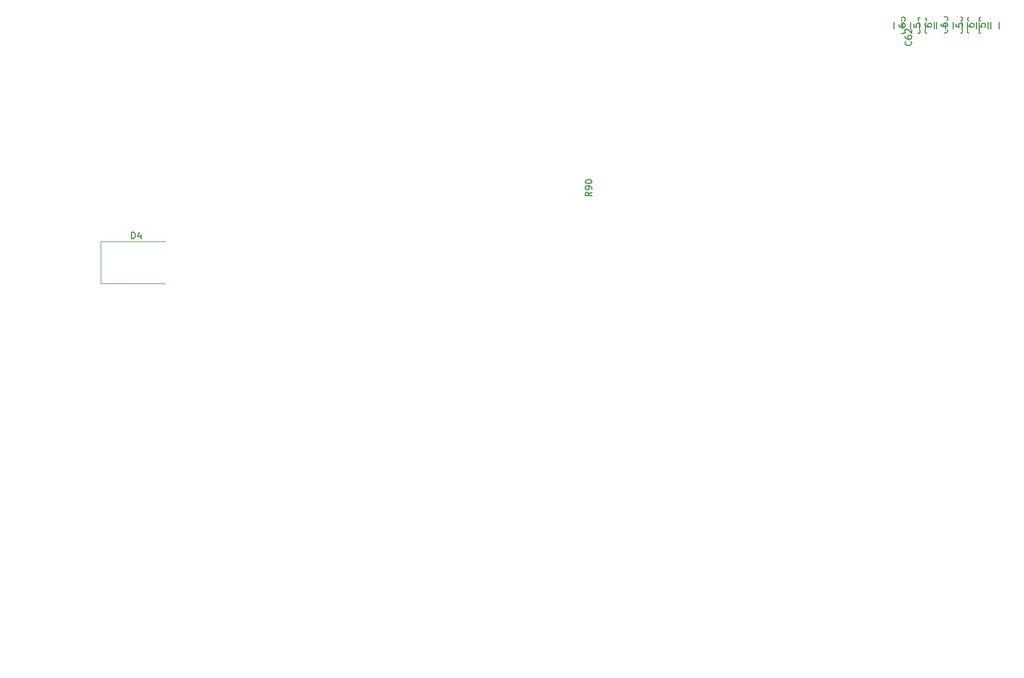
<source format=gto>
G04 #@! TF.GenerationSoftware,KiCad,Pcbnew,5.1.4+dfsg1-1*
G04 #@! TF.CreationDate,2020-06-13T00:48:20+02:00*
G04 #@! TF.ProjectId,CAN_Battery_Switch_v2,43414e5f-4261-4747-9465-72795f537769,rev?*
G04 #@! TF.SameCoordinates,PX3dfd240PY1406f40*
G04 #@! TF.FileFunction,Legend,Top*
G04 #@! TF.FilePolarity,Positive*
%FSLAX46Y46*%
G04 Gerber Fmt 4.6, Leading zero omitted, Abs format (unit mm)*
G04 Created by KiCad (PCBNEW 5.1.4+dfsg1-1) date 2020-06-13 00:48:20*
%MOMM*%
%LPD*%
G04 APERTURE LIST*
%ADD10C,0.150000*%
%ADD11C,0.120000*%
%ADD12C,1.300000*%
%ADD13C,4.000000*%
%ADD14C,2.000000*%
%ADD15C,6.000000*%
%ADD16O,3.014980X2.000000*%
%ADD17R,0.400000X1.500000*%
%ADD18C,0.900000*%
%ADD19R,1.050000X1.050000*%
%ADD20C,1.050000*%
%ADD21R,8.750000X6.000000*%
%ADD22R,9.000000X6.000000*%
%ADD23R,0.900000X0.900000*%
%ADD24C,2.532420*%
%ADD25R,1.700000X1.700000*%
%ADD26O,1.700000X1.700000*%
%ADD27C,0.600000*%
%ADD28C,0.889000*%
%ADD29C,1.000000*%
%ADD30C,0.254000*%
G04 APERTURE END LIST*
D10*
X142939000Y4482000D02*
X142939000Y3482000D01*
X141589000Y3482000D02*
X141589000Y4482000D01*
X149425000Y4500000D02*
X149425000Y3500000D01*
X148075000Y3500000D02*
X148075000Y4500000D01*
X152925000Y4500000D02*
X152925000Y3500000D01*
X151575000Y3500000D02*
X151575000Y4500000D01*
X151175000Y4500000D02*
X151175000Y3500000D01*
X149825000Y3500000D02*
X149825000Y4500000D01*
X144675000Y4500000D02*
X144675000Y3500000D01*
X143325000Y3500000D02*
X143325000Y4500000D01*
X138113000Y4482000D02*
X138113000Y3482000D01*
X136763000Y3482000D02*
X136763000Y4482000D01*
X147175000Y4500000D02*
X147175000Y3500000D01*
X145825000Y3500000D02*
X145825000Y4500000D01*
X140653000Y4482000D02*
X140653000Y3482000D01*
X139303000Y3482000D02*
X139303000Y4482000D01*
D11*
X15352000Y-35590000D02*
X15352000Y-29090000D01*
X15352000Y-35590000D02*
X25252000Y-35590000D01*
X15352000Y-29090000D02*
X25252000Y-29090000D01*
D10*
X3785714Y-93452380D02*
X3785714Y-92452380D01*
X4166666Y-92452380D01*
X4261904Y-92500000D01*
X4309523Y-92547619D01*
X4357142Y-92642857D01*
X4357142Y-92785714D01*
X4309523Y-92880952D01*
X4261904Y-92928571D01*
X4166666Y-92976190D01*
X3785714Y-92976190D01*
X5309523Y-93452380D02*
X4738095Y-93452380D01*
X5023809Y-93452380D02*
X5023809Y-92452380D01*
X4928571Y-92595238D01*
X4833333Y-92690476D01*
X4738095Y-92738095D01*
X5928571Y-92452380D02*
X6023809Y-92452380D01*
X6119047Y-92500000D01*
X6166666Y-92547619D01*
X6214285Y-92642857D01*
X6261904Y-92833333D01*
X6261904Y-93071428D01*
X6214285Y-93261904D01*
X6166666Y-93357142D01*
X6119047Y-93404761D01*
X6023809Y-93452380D01*
X5928571Y-93452380D01*
X5833333Y-93404761D01*
X5785714Y-93357142D01*
X5738095Y-93261904D01*
X5690476Y-93071428D01*
X5690476Y-92833333D01*
X5738095Y-92642857D01*
X5785714Y-92547619D01*
X5833333Y-92500000D01*
X5928571Y-92452380D01*
X3785714Y-93452380D02*
X3785714Y-92452380D01*
X4166666Y-92452380D01*
X4261904Y-92500000D01*
X4309523Y-92547619D01*
X4357142Y-92642857D01*
X4357142Y-92785714D01*
X4309523Y-92880952D01*
X4261904Y-92928571D01*
X4166666Y-92976190D01*
X3785714Y-92976190D01*
X5309523Y-93452380D02*
X4738095Y-93452380D01*
X5023809Y-93452380D02*
X5023809Y-92452380D01*
X4928571Y-92595238D01*
X4833333Y-92690476D01*
X4738095Y-92738095D01*
X5928571Y-92452380D02*
X6023809Y-92452380D01*
X6119047Y-92500000D01*
X6166666Y-92547619D01*
X6214285Y-92642857D01*
X6261904Y-92833333D01*
X6261904Y-93071428D01*
X6214285Y-93261904D01*
X6166666Y-93357142D01*
X6119047Y-93404761D01*
X6023809Y-93452380D01*
X5928571Y-93452380D01*
X5833333Y-93404761D01*
X5785714Y-93357142D01*
X5738095Y-93261904D01*
X5690476Y-93071428D01*
X5690476Y-92833333D01*
X5738095Y-92642857D01*
X5785714Y-92547619D01*
X5833333Y-92500000D01*
X5928571Y-92452380D01*
X18785714Y-5452380D02*
X18785714Y-4452380D01*
X19166666Y-4452380D01*
X19261904Y-4500000D01*
X19309523Y-4547619D01*
X19357142Y-4642857D01*
X19357142Y-4785714D01*
X19309523Y-4880952D01*
X19261904Y-4928571D01*
X19166666Y-4976190D01*
X18785714Y-4976190D01*
X19738095Y-4547619D02*
X19785714Y-4500000D01*
X19880952Y-4452380D01*
X20119047Y-4452380D01*
X20214285Y-4500000D01*
X20261904Y-4547619D01*
X20309523Y-4642857D01*
X20309523Y-4738095D01*
X20261904Y-4880952D01*
X19690476Y-5452380D01*
X20309523Y-5452380D01*
X21261904Y-5452380D02*
X20690476Y-5452380D01*
X20976190Y-5452380D02*
X20976190Y-4452380D01*
X20880952Y-4595238D01*
X20785714Y-4690476D01*
X20690476Y-4738095D01*
X18785714Y-5452380D02*
X18785714Y-4452380D01*
X19166666Y-4452380D01*
X19261904Y-4500000D01*
X19309523Y-4547619D01*
X19357142Y-4642857D01*
X19357142Y-4785714D01*
X19309523Y-4880952D01*
X19261904Y-4928571D01*
X19166666Y-4976190D01*
X18785714Y-4976190D01*
X19738095Y-4547619D02*
X19785714Y-4500000D01*
X19880952Y-4452380D01*
X20119047Y-4452380D01*
X20214285Y-4500000D01*
X20261904Y-4547619D01*
X20309523Y-4642857D01*
X20309523Y-4738095D01*
X20261904Y-4880952D01*
X19690476Y-5452380D01*
X20309523Y-5452380D01*
X21261904Y-5452380D02*
X20690476Y-5452380D01*
X20976190Y-5452380D02*
X20976190Y-4452380D01*
X20880952Y-4595238D01*
X20785714Y-4690476D01*
X20690476Y-4738095D01*
X68785714Y-5452380D02*
X68785714Y-4452380D01*
X69166666Y-4452380D01*
X69261904Y-4500000D01*
X69309523Y-4547619D01*
X69357142Y-4642857D01*
X69357142Y-4785714D01*
X69309523Y-4880952D01*
X69261904Y-4928571D01*
X69166666Y-4976190D01*
X68785714Y-4976190D01*
X69738095Y-4547619D02*
X69785714Y-4500000D01*
X69880952Y-4452380D01*
X70119047Y-4452380D01*
X70214285Y-4500000D01*
X70261904Y-4547619D01*
X70309523Y-4642857D01*
X70309523Y-4738095D01*
X70261904Y-4880952D01*
X69690476Y-5452380D01*
X70309523Y-5452380D01*
X70690476Y-4547619D02*
X70738095Y-4500000D01*
X70833333Y-4452380D01*
X71071428Y-4452380D01*
X71166666Y-4500000D01*
X71214285Y-4547619D01*
X71261904Y-4642857D01*
X71261904Y-4738095D01*
X71214285Y-4880952D01*
X70642857Y-5452380D01*
X71261904Y-5452380D01*
X68785714Y-5452380D02*
X68785714Y-4452380D01*
X69166666Y-4452380D01*
X69261904Y-4500000D01*
X69309523Y-4547619D01*
X69357142Y-4642857D01*
X69357142Y-4785714D01*
X69309523Y-4880952D01*
X69261904Y-4928571D01*
X69166666Y-4976190D01*
X68785714Y-4976190D01*
X69738095Y-4547619D02*
X69785714Y-4500000D01*
X69880952Y-4452380D01*
X70119047Y-4452380D01*
X70214285Y-4500000D01*
X70261904Y-4547619D01*
X70309523Y-4642857D01*
X70309523Y-4738095D01*
X70261904Y-4880952D01*
X69690476Y-5452380D01*
X70309523Y-5452380D01*
X70690476Y-4547619D02*
X70738095Y-4500000D01*
X70833333Y-4452380D01*
X71071428Y-4452380D01*
X71166666Y-4500000D01*
X71214285Y-4547619D01*
X71261904Y-4642857D01*
X71261904Y-4738095D01*
X71214285Y-4880952D01*
X70642857Y-5452380D01*
X71261904Y-5452380D01*
X85785714Y-93452380D02*
X85785714Y-92452380D01*
X86166666Y-92452380D01*
X86261904Y-92500000D01*
X86309523Y-92547619D01*
X86357142Y-92642857D01*
X86357142Y-92785714D01*
X86309523Y-92880952D01*
X86261904Y-92928571D01*
X86166666Y-92976190D01*
X85785714Y-92976190D01*
X86738095Y-92547619D02*
X86785714Y-92500000D01*
X86880952Y-92452380D01*
X87119047Y-92452380D01*
X87214285Y-92500000D01*
X87261904Y-92547619D01*
X87309523Y-92642857D01*
X87309523Y-92738095D01*
X87261904Y-92880952D01*
X86690476Y-93452380D01*
X87309523Y-93452380D01*
X88166666Y-92785714D02*
X88166666Y-93452380D01*
X87928571Y-92404761D02*
X87690476Y-93119047D01*
X88309523Y-93119047D01*
X85785714Y-93452380D02*
X85785714Y-92452380D01*
X86166666Y-92452380D01*
X86261904Y-92500000D01*
X86309523Y-92547619D01*
X86357142Y-92642857D01*
X86357142Y-92785714D01*
X86309523Y-92880952D01*
X86261904Y-92928571D01*
X86166666Y-92976190D01*
X85785714Y-92976190D01*
X86738095Y-92547619D02*
X86785714Y-92500000D01*
X86880952Y-92452380D01*
X87119047Y-92452380D01*
X87214285Y-92500000D01*
X87261904Y-92547619D01*
X87309523Y-92642857D01*
X87309523Y-92738095D01*
X87261904Y-92880952D01*
X86690476Y-93452380D01*
X87309523Y-93452380D01*
X88166666Y-92785714D02*
X88166666Y-93452380D01*
X87928571Y-92404761D02*
X87690476Y-93119047D01*
X88309523Y-93119047D01*
X90553580Y-21556057D02*
X90077390Y-21889390D01*
X90553580Y-22127485D02*
X89553580Y-22127485D01*
X89553580Y-21746533D01*
X89601200Y-21651295D01*
X89648819Y-21603676D01*
X89744057Y-21556057D01*
X89886914Y-21556057D01*
X89982152Y-21603676D01*
X90029771Y-21651295D01*
X90077390Y-21746533D01*
X90077390Y-22127485D01*
X90553580Y-21079866D02*
X90553580Y-20889390D01*
X90505961Y-20794152D01*
X90458342Y-20746533D01*
X90315485Y-20651295D01*
X90125009Y-20603676D01*
X89744057Y-20603676D01*
X89648819Y-20651295D01*
X89601200Y-20698914D01*
X89553580Y-20794152D01*
X89553580Y-20984628D01*
X89601200Y-21079866D01*
X89648819Y-21127485D01*
X89744057Y-21175104D01*
X89982152Y-21175104D01*
X90077390Y-21127485D01*
X90125009Y-21079866D01*
X90172628Y-20984628D01*
X90172628Y-20794152D01*
X90125009Y-20698914D01*
X90077390Y-20651295D01*
X89982152Y-20603676D01*
X89553580Y-19984628D02*
X89553580Y-19889390D01*
X89601200Y-19794152D01*
X89648819Y-19746533D01*
X89744057Y-19698914D01*
X89934533Y-19651295D01*
X90172628Y-19651295D01*
X90363104Y-19698914D01*
X90458342Y-19746533D01*
X90505961Y-19794152D01*
X90553580Y-19889390D01*
X90553580Y-19984628D01*
X90505961Y-20079866D01*
X90458342Y-20127485D01*
X90363104Y-20175104D01*
X90172628Y-20222723D01*
X89934533Y-20222723D01*
X89744057Y-20175104D01*
X89648819Y-20127485D01*
X89601200Y-20079866D01*
X89553580Y-19984628D01*
X140721142Y3339143D02*
X140768761Y3291524D01*
X140816380Y3148667D01*
X140816380Y3053429D01*
X140768761Y2910572D01*
X140673523Y2815334D01*
X140578285Y2767715D01*
X140387809Y2720096D01*
X140244952Y2720096D01*
X140054476Y2767715D01*
X139959238Y2815334D01*
X139864000Y2910572D01*
X139816380Y3053429D01*
X139816380Y3148667D01*
X139864000Y3291524D01*
X139911619Y3339143D01*
X139816380Y4243905D02*
X139816380Y3767715D01*
X140292571Y3720096D01*
X140244952Y3767715D01*
X140197333Y3862953D01*
X140197333Y4101048D01*
X140244952Y4196286D01*
X140292571Y4243905D01*
X140387809Y4291524D01*
X140625904Y4291524D01*
X140721142Y4243905D01*
X140768761Y4196286D01*
X140816380Y4101048D01*
X140816380Y3862953D01*
X140768761Y3767715D01*
X140721142Y3720096D01*
X140149714Y5148667D02*
X140816380Y5148667D01*
X139768761Y4910572D02*
X140483047Y4672477D01*
X140483047Y5291524D01*
X147207142Y3357143D02*
X147254761Y3309524D01*
X147302380Y3166667D01*
X147302380Y3071429D01*
X147254761Y2928572D01*
X147159523Y2833334D01*
X147064285Y2785715D01*
X146873809Y2738096D01*
X146730952Y2738096D01*
X146540476Y2785715D01*
X146445238Y2833334D01*
X146350000Y2928572D01*
X146302380Y3071429D01*
X146302380Y3166667D01*
X146350000Y3309524D01*
X146397619Y3357143D01*
X146302380Y4261905D02*
X146302380Y3785715D01*
X146778571Y3738096D01*
X146730952Y3785715D01*
X146683333Y3880953D01*
X146683333Y4119048D01*
X146730952Y4214286D01*
X146778571Y4261905D01*
X146873809Y4309524D01*
X147111904Y4309524D01*
X147207142Y4261905D01*
X147254761Y4214286D01*
X147302380Y4119048D01*
X147302380Y3880953D01*
X147254761Y3785715D01*
X147207142Y3738096D01*
X146302380Y5166667D02*
X146302380Y4976191D01*
X146350000Y4880953D01*
X146397619Y4833334D01*
X146540476Y4738096D01*
X146730952Y4690477D01*
X147111904Y4690477D01*
X147207142Y4738096D01*
X147254761Y4785715D01*
X147302380Y4880953D01*
X147302380Y5071429D01*
X147254761Y5166667D01*
X147207142Y5214286D01*
X147111904Y5261905D01*
X146873809Y5261905D01*
X146778571Y5214286D01*
X146730952Y5166667D01*
X146683333Y5071429D01*
X146683333Y4880953D01*
X146730952Y4785715D01*
X146778571Y4738096D01*
X146873809Y4690477D01*
X150707142Y3357143D02*
X150754761Y3309524D01*
X150802380Y3166667D01*
X150802380Y3071429D01*
X150754761Y2928572D01*
X150659523Y2833334D01*
X150564285Y2785715D01*
X150373809Y2738096D01*
X150230952Y2738096D01*
X150040476Y2785715D01*
X149945238Y2833334D01*
X149850000Y2928572D01*
X149802380Y3071429D01*
X149802380Y3166667D01*
X149850000Y3309524D01*
X149897619Y3357143D01*
X149802380Y4261905D02*
X149802380Y3785715D01*
X150278571Y3738096D01*
X150230952Y3785715D01*
X150183333Y3880953D01*
X150183333Y4119048D01*
X150230952Y4214286D01*
X150278571Y4261905D01*
X150373809Y4309524D01*
X150611904Y4309524D01*
X150707142Y4261905D01*
X150754761Y4214286D01*
X150802380Y4119048D01*
X150802380Y3880953D01*
X150754761Y3785715D01*
X150707142Y3738096D01*
X150802380Y4785715D02*
X150802380Y4976191D01*
X150754761Y5071429D01*
X150707142Y5119048D01*
X150564285Y5214286D01*
X150373809Y5261905D01*
X149992857Y5261905D01*
X149897619Y5214286D01*
X149850000Y5166667D01*
X149802380Y5071429D01*
X149802380Y4880953D01*
X149850000Y4785715D01*
X149897619Y4738096D01*
X149992857Y4690477D01*
X150230952Y4690477D01*
X150326190Y4738096D01*
X150373809Y4785715D01*
X150421428Y4880953D01*
X150421428Y5071429D01*
X150373809Y5166667D01*
X150326190Y5214286D01*
X150230952Y5261905D01*
X148957142Y3357143D02*
X149004761Y3309524D01*
X149052380Y3166667D01*
X149052380Y3071429D01*
X149004761Y2928572D01*
X148909523Y2833334D01*
X148814285Y2785715D01*
X148623809Y2738096D01*
X148480952Y2738096D01*
X148290476Y2785715D01*
X148195238Y2833334D01*
X148100000Y2928572D01*
X148052380Y3071429D01*
X148052380Y3166667D01*
X148100000Y3309524D01*
X148147619Y3357143D01*
X148052380Y4214286D02*
X148052380Y4023810D01*
X148100000Y3928572D01*
X148147619Y3880953D01*
X148290476Y3785715D01*
X148480952Y3738096D01*
X148861904Y3738096D01*
X148957142Y3785715D01*
X149004761Y3833334D01*
X149052380Y3928572D01*
X149052380Y4119048D01*
X149004761Y4214286D01*
X148957142Y4261905D01*
X148861904Y4309524D01*
X148623809Y4309524D01*
X148528571Y4261905D01*
X148480952Y4214286D01*
X148433333Y4119048D01*
X148433333Y3928572D01*
X148480952Y3833334D01*
X148528571Y3785715D01*
X148623809Y3738096D01*
X148052380Y4928572D02*
X148052380Y5023810D01*
X148100000Y5119048D01*
X148147619Y5166667D01*
X148242857Y5214286D01*
X148433333Y5261905D01*
X148671428Y5261905D01*
X148861904Y5214286D01*
X148957142Y5166667D01*
X149004761Y5119048D01*
X149052380Y5023810D01*
X149052380Y4928572D01*
X149004761Y4833334D01*
X148957142Y4785715D01*
X148861904Y4738096D01*
X148671428Y4690477D01*
X148433333Y4690477D01*
X148242857Y4738096D01*
X148147619Y4785715D01*
X148100000Y4833334D01*
X148052380Y4928572D01*
X142457142Y3357143D02*
X142504761Y3309524D01*
X142552380Y3166667D01*
X142552380Y3071429D01*
X142504761Y2928572D01*
X142409523Y2833334D01*
X142314285Y2785715D01*
X142123809Y2738096D01*
X141980952Y2738096D01*
X141790476Y2785715D01*
X141695238Y2833334D01*
X141600000Y2928572D01*
X141552380Y3071429D01*
X141552380Y3166667D01*
X141600000Y3309524D01*
X141647619Y3357143D01*
X141552380Y4214286D02*
X141552380Y4023810D01*
X141600000Y3928572D01*
X141647619Y3880953D01*
X141790476Y3785715D01*
X141980952Y3738096D01*
X142361904Y3738096D01*
X142457142Y3785715D01*
X142504761Y3833334D01*
X142552380Y3928572D01*
X142552380Y4119048D01*
X142504761Y4214286D01*
X142457142Y4261905D01*
X142361904Y4309524D01*
X142123809Y4309524D01*
X142028571Y4261905D01*
X141980952Y4214286D01*
X141933333Y4119048D01*
X141933333Y3928572D01*
X141980952Y3833334D01*
X142028571Y3785715D01*
X142123809Y3738096D01*
X142552380Y5261905D02*
X142552380Y4690477D01*
X142552380Y4976191D02*
X141552380Y4976191D01*
X141695238Y4880953D01*
X141790476Y4785715D01*
X141838095Y4690477D01*
X139411142Y1530143D02*
X139458761Y1482524D01*
X139506380Y1339667D01*
X139506380Y1244429D01*
X139458761Y1101572D01*
X139363523Y1006334D01*
X139268285Y958715D01*
X139077809Y911096D01*
X138934952Y911096D01*
X138744476Y958715D01*
X138649238Y1006334D01*
X138554000Y1101572D01*
X138506380Y1244429D01*
X138506380Y1339667D01*
X138554000Y1482524D01*
X138601619Y1530143D01*
X138506380Y2387286D02*
X138506380Y2196810D01*
X138554000Y2101572D01*
X138601619Y2053953D01*
X138744476Y1958715D01*
X138934952Y1911096D01*
X139315904Y1911096D01*
X139411142Y1958715D01*
X139458761Y2006334D01*
X139506380Y2101572D01*
X139506380Y2292048D01*
X139458761Y2387286D01*
X139411142Y2434905D01*
X139315904Y2482524D01*
X139077809Y2482524D01*
X138982571Y2434905D01*
X138934952Y2387286D01*
X138887333Y2292048D01*
X138887333Y2101572D01*
X138934952Y2006334D01*
X138982571Y1958715D01*
X139077809Y1911096D01*
X138601619Y2863477D02*
X138554000Y2911096D01*
X138506380Y3006334D01*
X138506380Y3244429D01*
X138554000Y3339667D01*
X138601619Y3387286D01*
X138696857Y3434905D01*
X138792095Y3434905D01*
X138934952Y3387286D01*
X139506380Y2815858D01*
X139506380Y3434905D01*
X144890142Y3425143D02*
X144937761Y3377524D01*
X144985380Y3234667D01*
X144985380Y3139429D01*
X144937761Y2996572D01*
X144842523Y2901334D01*
X144747285Y2853715D01*
X144556809Y2806096D01*
X144413952Y2806096D01*
X144223476Y2853715D01*
X144128238Y2901334D01*
X144033000Y2996572D01*
X143985380Y3139429D01*
X143985380Y3234667D01*
X144033000Y3377524D01*
X144080619Y3425143D01*
X143985380Y4282286D02*
X143985380Y4091810D01*
X144033000Y3996572D01*
X144080619Y3948953D01*
X144223476Y3853715D01*
X144413952Y3806096D01*
X144794904Y3806096D01*
X144890142Y3853715D01*
X144937761Y3901334D01*
X144985380Y3996572D01*
X144985380Y4187048D01*
X144937761Y4282286D01*
X144890142Y4329905D01*
X144794904Y4377524D01*
X144556809Y4377524D01*
X144461571Y4329905D01*
X144413952Y4282286D01*
X144366333Y4187048D01*
X144366333Y3996572D01*
X144413952Y3901334D01*
X144461571Y3853715D01*
X144556809Y3806096D01*
X143985380Y4710858D02*
X143985380Y5329905D01*
X144366333Y4996572D01*
X144366333Y5139429D01*
X144413952Y5234667D01*
X144461571Y5282286D01*
X144556809Y5329905D01*
X144794904Y5329905D01*
X144890142Y5282286D01*
X144937761Y5234667D01*
X144985380Y5139429D01*
X144985380Y4853715D01*
X144937761Y4758477D01*
X144890142Y4710858D01*
X138435142Y3339143D02*
X138482761Y3291524D01*
X138530380Y3148667D01*
X138530380Y3053429D01*
X138482761Y2910572D01*
X138387523Y2815334D01*
X138292285Y2767715D01*
X138101809Y2720096D01*
X137958952Y2720096D01*
X137768476Y2767715D01*
X137673238Y2815334D01*
X137578000Y2910572D01*
X137530380Y3053429D01*
X137530380Y3148667D01*
X137578000Y3291524D01*
X137625619Y3339143D01*
X137530380Y4196286D02*
X137530380Y4005810D01*
X137578000Y3910572D01*
X137625619Y3862953D01*
X137768476Y3767715D01*
X137958952Y3720096D01*
X138339904Y3720096D01*
X138435142Y3767715D01*
X138482761Y3815334D01*
X138530380Y3910572D01*
X138530380Y4101048D01*
X138482761Y4196286D01*
X138435142Y4243905D01*
X138339904Y4291524D01*
X138101809Y4291524D01*
X138006571Y4243905D01*
X137958952Y4196286D01*
X137911333Y4101048D01*
X137911333Y3910572D01*
X137958952Y3815334D01*
X138006571Y3767715D01*
X138101809Y3720096D01*
X137530380Y5196286D02*
X137530380Y4720096D01*
X138006571Y4672477D01*
X137958952Y4720096D01*
X137911333Y4815334D01*
X137911333Y5053429D01*
X137958952Y5148667D01*
X138006571Y5196286D01*
X138101809Y5243905D01*
X138339904Y5243905D01*
X138435142Y5196286D01*
X138482761Y5148667D01*
X138530380Y5053429D01*
X138530380Y4815334D01*
X138482761Y4720096D01*
X138435142Y4672477D01*
X20113904Y-28692380D02*
X20113904Y-27692380D01*
X20352000Y-27692380D01*
X20494857Y-27740000D01*
X20590095Y-27835238D01*
X20637714Y-27930476D01*
X20685333Y-28120952D01*
X20685333Y-28263809D01*
X20637714Y-28454285D01*
X20590095Y-28549523D01*
X20494857Y-28644761D01*
X20352000Y-28692380D01*
X20113904Y-28692380D01*
X21542476Y-28025714D02*
X21542476Y-28692380D01*
X21304380Y-27644761D02*
X21066285Y-28359047D01*
X21685333Y-28359047D01*
X86261904Y-47452380D02*
X86261904Y-46452380D01*
X86642857Y-46452380D01*
X86738095Y-46500000D01*
X86785714Y-46547619D01*
X86833333Y-46642857D01*
X86833333Y-46785714D01*
X86785714Y-46880952D01*
X86738095Y-46928571D01*
X86642857Y-46976190D01*
X86261904Y-46976190D01*
X87214285Y-46547619D02*
X87261904Y-46500000D01*
X87357142Y-46452380D01*
X87595238Y-46452380D01*
X87690476Y-46500000D01*
X87738095Y-46547619D01*
X87785714Y-46642857D01*
X87785714Y-46738095D01*
X87738095Y-46880952D01*
X87166666Y-47452380D01*
X87785714Y-47452380D01*
X85785714Y-47452380D02*
X85785714Y-46452380D01*
X86166666Y-46452380D01*
X86261904Y-46500000D01*
X86309523Y-46547619D01*
X86357142Y-46642857D01*
X86357142Y-46785714D01*
X86309523Y-46880952D01*
X86261904Y-46928571D01*
X86166666Y-46976190D01*
X85785714Y-46976190D01*
X87309523Y-47452380D02*
X86738095Y-47452380D01*
X87023809Y-47452380D02*
X87023809Y-46452380D01*
X86928571Y-46595238D01*
X86833333Y-46690476D01*
X86738095Y-46738095D01*
X87928571Y-46452380D02*
X88023809Y-46452380D01*
X88119047Y-46500000D01*
X88166666Y-46547619D01*
X88214285Y-46642857D01*
X88261904Y-46833333D01*
X88261904Y-47071428D01*
X88214285Y-47261904D01*
X88166666Y-47357142D01*
X88119047Y-47404761D01*
X88023809Y-47452380D01*
X87928571Y-47452380D01*
X87833333Y-47404761D01*
X87785714Y-47357142D01*
X87738095Y-47261904D01*
X87690476Y-47071428D01*
X87690476Y-46833333D01*
X87738095Y-46642857D01*
X87785714Y-46547619D01*
X87833333Y-46500000D01*
X87928571Y-46452380D01*
X4261904Y-47452380D02*
X4261904Y-46452380D01*
X4642857Y-46452380D01*
X4738095Y-46500000D01*
X4785714Y-46547619D01*
X4833333Y-46642857D01*
X4833333Y-46785714D01*
X4785714Y-46880952D01*
X4738095Y-46928571D01*
X4642857Y-46976190D01*
X4261904Y-46976190D01*
X5166666Y-46452380D02*
X5785714Y-46452380D01*
X5452380Y-46833333D01*
X5595238Y-46833333D01*
X5690476Y-46880952D01*
X5738095Y-46928571D01*
X5785714Y-47023809D01*
X5785714Y-47261904D01*
X5738095Y-47357142D01*
X5690476Y-47404761D01*
X5595238Y-47452380D01*
X5309523Y-47452380D01*
X5214285Y-47404761D01*
X5166666Y-47357142D01*
X3785714Y-47452380D02*
X3785714Y-46452380D01*
X4166666Y-46452380D01*
X4261904Y-46500000D01*
X4309523Y-46547619D01*
X4357142Y-46642857D01*
X4357142Y-46785714D01*
X4309523Y-46880952D01*
X4261904Y-46928571D01*
X4166666Y-46976190D01*
X3785714Y-46976190D01*
X5309523Y-47452380D02*
X4738095Y-47452380D01*
X5023809Y-47452380D02*
X5023809Y-46452380D01*
X4928571Y-46595238D01*
X4833333Y-46690476D01*
X4738095Y-46738095D01*
X5928571Y-46452380D02*
X6023809Y-46452380D01*
X6119047Y-46500000D01*
X6166666Y-46547619D01*
X6214285Y-46642857D01*
X6261904Y-46833333D01*
X6261904Y-47071428D01*
X6214285Y-47261904D01*
X6166666Y-47357142D01*
X6119047Y-47404761D01*
X6023809Y-47452380D01*
X5928571Y-47452380D01*
X5833333Y-47404761D01*
X5785714Y-47357142D01*
X5738095Y-47261904D01*
X5690476Y-47071428D01*
X5690476Y-46833333D01*
X5738095Y-46642857D01*
X5785714Y-46547619D01*
X5833333Y-46500000D01*
X5928571Y-46452380D01*
%LPC*%
D12*
X70319000Y-89496000D03*
X76409000Y-89496000D03*
X72349000Y-89496000D03*
X74379000Y-89496000D03*
X71339000Y-87716000D03*
X73369000Y-87716000D03*
X75399000Y-87716000D03*
X77429000Y-87716000D03*
D13*
X51769000Y-92036000D03*
D14*
X81994000Y-88606000D03*
D12*
X61679000Y-87716000D03*
X59649000Y-87716000D03*
X57619000Y-87716000D03*
X55589000Y-87716000D03*
X58629000Y-89496000D03*
X56599000Y-89496000D03*
X60659000Y-89496000D03*
X54569000Y-89496000D03*
D13*
X80219000Y-92036000D03*
D14*
X49994000Y-88606000D03*
D15*
X5000000Y-93000000D03*
X20000000Y-5000000D03*
X70000000Y-5000000D03*
X87000000Y-93000000D03*
D14*
X9270000Y-4190000D03*
X6730000Y-4190000D03*
X4190000Y-4190000D03*
X4190000Y-6730000D03*
X4190000Y-9270000D03*
X9270000Y-11810000D03*
X6730000Y-11810000D03*
X4190000Y-11810000D03*
X11810000Y-11810000D03*
X11810000Y-4190000D03*
X11810000Y-6730000D03*
X9270000Y-6730000D03*
X6730000Y-6730000D03*
X11810000Y-9270000D03*
X9270000Y-9270000D03*
X6730000Y-9270000D03*
X85770000Y-2440000D03*
X83230000Y-2440000D03*
X80690000Y-2440000D03*
X80690000Y-4980000D03*
X80690000Y-7520000D03*
X85770000Y-10060000D03*
X83230000Y-10060000D03*
X80690000Y-10060000D03*
X88310000Y-10060000D03*
X88310000Y-2440000D03*
X88310000Y-4980000D03*
X85770000Y-4980000D03*
X83230000Y-4980000D03*
X88310000Y-7520000D03*
X85770000Y-7520000D03*
X83230000Y-7520000D03*
X6230000Y-40310000D03*
X8770000Y-40310000D03*
X11310000Y-40310000D03*
X11310000Y-37770000D03*
X11310000Y-35230000D03*
X6230000Y-32690000D03*
X8770000Y-32690000D03*
X11310000Y-32690000D03*
X3690000Y-32690000D03*
X3690000Y-40310000D03*
X3690000Y-37770000D03*
X6230000Y-37770000D03*
X8770000Y-37770000D03*
X3690000Y-35230000D03*
X6230000Y-35230000D03*
X8770000Y-35230000D03*
X82730000Y-40310000D03*
X85270000Y-40310000D03*
X87810000Y-40310000D03*
X87810000Y-37770000D03*
X87810000Y-35230000D03*
X82730000Y-32690000D03*
X85270000Y-32690000D03*
X87810000Y-32690000D03*
X80190000Y-32690000D03*
X80190000Y-40310000D03*
X80190000Y-37770000D03*
X82730000Y-37770000D03*
X85270000Y-37770000D03*
X80190000Y-35230000D03*
X82730000Y-35230000D03*
X85270000Y-35230000D03*
D16*
X88594000Y-68286000D03*
X88594000Y-64786000D03*
X81594000Y-64786000D03*
X81594000Y-68286000D03*
D17*
X85622000Y-19405000D03*
X85622000Y-18605000D03*
D18*
X86644000Y-54511000D03*
X86644000Y-58911000D03*
D19*
X76594000Y-68261000D03*
D20*
X75324000Y-68261000D03*
X74054000Y-68261000D03*
X72784000Y-68261000D03*
X71514000Y-68261000D03*
X75324000Y-66991000D03*
X74054000Y-66991000D03*
X72784000Y-66991000D03*
X71514000Y-66991000D03*
X76594000Y-66991000D03*
D21*
X84301200Y-26913200D03*
D22*
X84301200Y-15313200D03*
D23*
X142264000Y3032000D03*
X142264000Y4932000D03*
X148750000Y3050000D03*
X148750000Y4950000D03*
X152250000Y3050000D03*
X152250000Y4950000D03*
X150500000Y3050000D03*
X150500000Y4950000D03*
X144000000Y3050000D03*
X144000000Y4950000D03*
X137438000Y3032000D03*
X137438000Y4932000D03*
X146500000Y3050000D03*
X146500000Y4950000D03*
X139978000Y3032000D03*
X139978000Y4932000D03*
D24*
X17652000Y-32340000D03*
D10*
G36*
X15502000Y-34140000D02*
G01*
X15502000Y-30540000D01*
X19802000Y-31540000D01*
X19802000Y-33140000D01*
X15502000Y-34140000D01*
X15502000Y-34140000D01*
G37*
D24*
X24052000Y-32340000D03*
D10*
G36*
X26202000Y-30540000D02*
G01*
X26202000Y-34140000D01*
X21902000Y-33140000D01*
X21902000Y-31540000D01*
X26202000Y-30540000D01*
X26202000Y-30540000D01*
G37*
D25*
X41750000Y-55150000D03*
D26*
X44290000Y-55150000D03*
X46830000Y-55150000D03*
D15*
X87000000Y-47000000D03*
X5000000Y-47000000D03*
D27*
X84288500Y-19449500D03*
D28*
X66750000Y-47500000D03*
D27*
X57594000Y-60836000D03*
X55394000Y-52836000D03*
D28*
X56400000Y-71900000D03*
X24500000Y-97000000D03*
X29750000Y-97000000D03*
X29500000Y-87250000D03*
X24500000Y-87250000D03*
X5750000Y-63250000D03*
X1250000Y-63750000D03*
X5750000Y-75500000D03*
X1000000Y-75500000D03*
X42000000Y-75500000D03*
X42000000Y-77250000D03*
X38500000Y-75250000D03*
X38750000Y-76750000D03*
X38750000Y-78750000D03*
X36500000Y-80750000D03*
X35250000Y-80750000D03*
X34000000Y-80750000D03*
X32750000Y-80750000D03*
X32250000Y-82000000D03*
X27000000Y-82000000D03*
X27250000Y-81000000D03*
X28500000Y-79500000D03*
X33250000Y-79250000D03*
X35750000Y-77750000D03*
X49250000Y-36250000D03*
X46750000Y-39750000D03*
X50000000Y-41500000D03*
X46750000Y-42250000D03*
X51500000Y-38250000D03*
X51500000Y-40500000D03*
X52250000Y-39500000D03*
X53500000Y-39500000D03*
X54750000Y-39500000D03*
X56000000Y-39500000D03*
X57250000Y-39500000D03*
X52500000Y-26500000D03*
X54500000Y-28500000D03*
X52000000Y-31000000D03*
X53250000Y-31000000D03*
X54500000Y-31000000D03*
X55750000Y-31000000D03*
X57000000Y-31000000D03*
X45750000Y-31500000D03*
X47000000Y-30250000D03*
X46000000Y-29250000D03*
X46250000Y-27500000D03*
X47750000Y-27500000D03*
X49000000Y-27500000D03*
X50000000Y-26000000D03*
X49000000Y-24500000D03*
X47500000Y-24500000D03*
X46250000Y-24500000D03*
X46750000Y-22750000D03*
X47750000Y-22250000D03*
X47750000Y-21000000D03*
X47750000Y-19750000D03*
X47750000Y-18500000D03*
X31500000Y-20500000D03*
X28500000Y-25000000D03*
X15000000Y-22000000D03*
X50000000Y-10500000D03*
X43400000Y-7000000D03*
X75000000Y-80250000D03*
X40000000Y-39000000D03*
X36000000Y-36250000D03*
X21750000Y-38450000D03*
X24750000Y-46750000D03*
X58000000Y-62250000D03*
X56000000Y-51250000D03*
X59950000Y-40500000D03*
X67550000Y-41900000D03*
X18250000Y-74500000D03*
D27*
X84225000Y-22815000D03*
D28*
X59750000Y-75250000D03*
X68250000Y-68500000D03*
X52000000Y-70000000D03*
X32000000Y-57250000D03*
X37250000Y-46750000D03*
X36500000Y-48000000D03*
X27500000Y-50750000D03*
X31250000Y-50750000D03*
X28500000Y-46000000D03*
X29529000Y-42160000D03*
X27500000Y-37000000D03*
X24500000Y-41488000D03*
X11600000Y-45000000D03*
X28600000Y-93800000D03*
X26600000Y-93800000D03*
X24800000Y-93800000D03*
X24600000Y-90400000D03*
X26600000Y-90400000D03*
X28600000Y-90400000D03*
X29000000Y-91800000D03*
X37200000Y-87000000D03*
X39200000Y-87000000D03*
X16750000Y-76500000D03*
X5500000Y-70000000D03*
X5000000Y-71500000D03*
X3000000Y-71500000D03*
X1000000Y-71500000D03*
X1000000Y-68500000D03*
X3000000Y-68500000D03*
X4500000Y-68500000D03*
X5500000Y-56000000D03*
X5000000Y-57500000D03*
X3000000Y-57500000D03*
X1000000Y-57500000D03*
X1000000Y-54000000D03*
X3000000Y-54000000D03*
X5000000Y-54000000D03*
X85794000Y-57536000D03*
X74494000Y-49436000D03*
X73294000Y-60436000D03*
X74094000Y-64736000D03*
X73194000Y-71736000D03*
D27*
X45550500Y-34801750D03*
X46375500Y-34801750D03*
X46375500Y-32664250D03*
X45550500Y-32664250D03*
D28*
X46663000Y-36533000D03*
D29*
X45863000Y-33733000D03*
D28*
X70094000Y-75236000D03*
X62494000Y-61936000D03*
X57694000Y-50036000D03*
X74494000Y-53286000D03*
X19000000Y-82000000D03*
X17500000Y-81250000D03*
X19750000Y-80750000D03*
X16750000Y-79500000D03*
X16750000Y-78000000D03*
X19250000Y-74500000D03*
X61494000Y-66411000D03*
X64974000Y-78166000D03*
D27*
X64174000Y-66416000D03*
X54414000Y-60106000D03*
X59194000Y-54836000D03*
X54394000Y-54236000D03*
X57994000Y-53836000D03*
X59394000Y-57036000D03*
X76669000Y-56336000D03*
D28*
X62900000Y-18800000D03*
X56750000Y-10000000D03*
X53500000Y-21000000D03*
X60000000Y-32000000D03*
X73500000Y-40750000D03*
X71150000Y-19750000D03*
X80288000Y-21113200D03*
X72150000Y-34100000D03*
X69200000Y-35000000D03*
X69900000Y-26450000D03*
X71000000Y-32600000D03*
X60250000Y-24400000D03*
X58400000Y-20250000D03*
D27*
X66594000Y-61061000D03*
X66294000Y-57086000D03*
X47975000Y-61475000D03*
X47925000Y-65100000D03*
D30*
G36*
X14773000Y-42873000D02*
G01*
X1027000Y-42873000D01*
X1027000Y-29527000D01*
X14773000Y-29527000D01*
X14773000Y-42873000D01*
X14773000Y-42873000D01*
G37*
X14773000Y-42873000D02*
X1027000Y-42873000D01*
X1027000Y-29527000D01*
X14773000Y-29527000D01*
X14773000Y-42873000D01*
G36*
X90623000Y-18373000D02*
G01*
X79127000Y-18373000D01*
X79127000Y-1127000D01*
X90623000Y-1127000D01*
X90623000Y-18373000D01*
X90623000Y-18373000D01*
G37*
X90623000Y-18373000D02*
X79127000Y-18373000D01*
X79127000Y-1127000D01*
X90623000Y-1127000D01*
X90623000Y-18373000D01*
G36*
X90373000Y-41373000D02*
G01*
X79127000Y-41373000D01*
X79127000Y-23877000D01*
X90373000Y-23877000D01*
X90373000Y-41373000D01*
X90373000Y-41373000D01*
G37*
X90373000Y-41373000D02*
X79127000Y-41373000D01*
X79127000Y-23877000D01*
X90373000Y-23877000D01*
X90373000Y-41373000D01*
M02*

</source>
